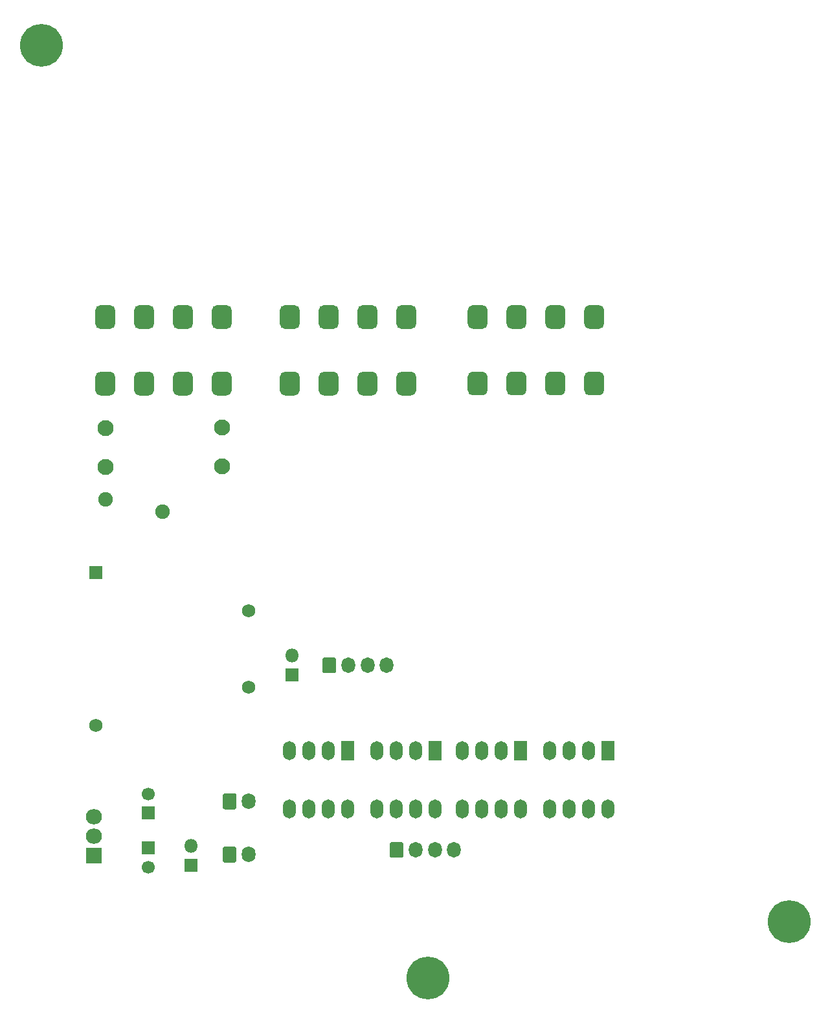
<source format=gbr>
G04 #@! TF.GenerationSoftware,KiCad,Pcbnew,(5.1.6)-1*
G04 #@! TF.CreationDate,2021-11-05T18:09:41+01:00*
G04 #@! TF.ProjectId,hamodule,68616d6f-6475-46c6-952e-6b696361645f,rev?*
G04 #@! TF.SameCoordinates,Original*
G04 #@! TF.FileFunction,Soldermask,Bot*
G04 #@! TF.FilePolarity,Negative*
%FSLAX46Y46*%
G04 Gerber Fmt 4.6, Leading zero omitted, Abs format (unit mm)*
G04 Created by KiCad (PCBNEW (5.1.6)-1) date 2021-11-05 18:09:41*
%MOMM*%
%LPD*%
G01*
G04 APERTURE LIST*
%ADD10C,1.700000*%
%ADD11R,1.700000X1.700000*%
%ADD12O,2.100000X2.005000*%
%ADD13R,2.100000X2.005000*%
%ADD14O,1.800000X2.050000*%
%ADD15C,1.750000*%
%ADD16R,1.750000X1.750000*%
%ADD17C,2.100000*%
%ADD18O,1.800000X1.800000*%
%ADD19R,1.800000X1.800000*%
%ADD20O,1.800000X2.100000*%
%ADD21C,1.900000*%
%ADD22C,5.600000*%
%ADD23R,1.700000X2.500000*%
%ADD24O,1.700000X2.500000*%
G04 APERTURE END LIST*
D10*
X136334500Y-147089500D03*
D11*
X136334500Y-144589500D03*
D10*
X136334500Y-137517500D03*
D11*
X136334500Y-140017500D03*
D12*
X129222500Y-140525500D03*
X129222500Y-143065500D03*
D13*
X129222500Y-145605500D03*
D14*
X176346500Y-144843500D03*
X173846500Y-144843500D03*
X171346500Y-144843500D03*
G36*
G01*
X167946500Y-145603794D02*
X167946500Y-144083206D01*
G75*
G02*
X168211206Y-143818500I264706J0D01*
G01*
X169481794Y-143818500D01*
G75*
G02*
X169746500Y-144083206I0J-264706D01*
G01*
X169746500Y-145603794D01*
G75*
G02*
X169481794Y-145868500I-264706J0D01*
G01*
X168211206Y-145868500D01*
G75*
G02*
X167946500Y-145603794I0J264706D01*
G01*
G37*
D15*
X149476500Y-113587500D03*
X149476500Y-123587500D03*
X129476500Y-128587500D03*
D16*
X129476500Y-108587500D03*
G36*
G01*
X169466500Y-82333500D02*
X170766500Y-82333500D01*
G75*
G02*
X171416500Y-82983500I0J-650000D01*
G01*
X171416500Y-84783500D01*
G75*
G02*
X170766500Y-85433500I-650000J0D01*
G01*
X169466500Y-85433500D01*
G75*
G02*
X168816500Y-84783500I0J650000D01*
G01*
X168816500Y-82983500D01*
G75*
G02*
X169466500Y-82333500I650000J0D01*
G01*
G37*
G36*
G01*
X169466500Y-73633500D02*
X170766500Y-73633500D01*
G75*
G02*
X171416500Y-74283500I0J-650000D01*
G01*
X171416500Y-76083500D01*
G75*
G02*
X170766500Y-76733500I-650000J0D01*
G01*
X169466500Y-76733500D01*
G75*
G02*
X168816500Y-76083500I0J650000D01*
G01*
X168816500Y-74283500D01*
G75*
G02*
X169466500Y-73633500I650000J0D01*
G01*
G37*
G36*
G01*
X164386500Y-82333500D02*
X165686500Y-82333500D01*
G75*
G02*
X166336500Y-82983500I0J-650000D01*
G01*
X166336500Y-84783500D01*
G75*
G02*
X165686500Y-85433500I-650000J0D01*
G01*
X164386500Y-85433500D01*
G75*
G02*
X163736500Y-84783500I0J650000D01*
G01*
X163736500Y-82983500D01*
G75*
G02*
X164386500Y-82333500I650000J0D01*
G01*
G37*
G36*
G01*
X164386500Y-73633500D02*
X165686500Y-73633500D01*
G75*
G02*
X166336500Y-74283500I0J-650000D01*
G01*
X166336500Y-76083500D01*
G75*
G02*
X165686500Y-76733500I-650000J0D01*
G01*
X164386500Y-76733500D01*
G75*
G02*
X163736500Y-76083500I0J650000D01*
G01*
X163736500Y-74283500D01*
G75*
G02*
X164386500Y-73633500I650000J0D01*
G01*
G37*
G36*
G01*
X159306500Y-82333500D02*
X160606500Y-82333500D01*
G75*
G02*
X161256500Y-82983500I0J-650000D01*
G01*
X161256500Y-84783500D01*
G75*
G02*
X160606500Y-85433500I-650000J0D01*
G01*
X159306500Y-85433500D01*
G75*
G02*
X158656500Y-84783500I0J650000D01*
G01*
X158656500Y-82983500D01*
G75*
G02*
X159306500Y-82333500I650000J0D01*
G01*
G37*
G36*
G01*
X159306500Y-73633500D02*
X160606500Y-73633500D01*
G75*
G02*
X161256500Y-74283500I0J-650000D01*
G01*
X161256500Y-76083500D01*
G75*
G02*
X160606500Y-76733500I-650000J0D01*
G01*
X159306500Y-76733500D01*
G75*
G02*
X158656500Y-76083500I0J650000D01*
G01*
X158656500Y-74283500D01*
G75*
G02*
X159306500Y-73633500I650000J0D01*
G01*
G37*
G36*
G01*
X154226500Y-82333500D02*
X155526500Y-82333500D01*
G75*
G02*
X156176500Y-82983500I0J-650000D01*
G01*
X156176500Y-84783500D01*
G75*
G02*
X155526500Y-85433500I-650000J0D01*
G01*
X154226500Y-85433500D01*
G75*
G02*
X153576500Y-84783500I0J650000D01*
G01*
X153576500Y-82983500D01*
G75*
G02*
X154226500Y-82333500I650000J0D01*
G01*
G37*
G36*
G01*
X154226500Y-73633500D02*
X155526500Y-73633500D01*
G75*
G02*
X156176500Y-74283500I0J-650000D01*
G01*
X156176500Y-76083500D01*
G75*
G02*
X155526500Y-76733500I-650000J0D01*
G01*
X154226500Y-76733500D01*
G75*
G02*
X153576500Y-76083500I0J650000D01*
G01*
X153576500Y-74283500D01*
G75*
G02*
X154226500Y-73633500I650000J0D01*
G01*
G37*
D17*
X130746500Y-94805500D03*
X130746500Y-89725500D03*
D18*
X141973300Y-144310100D03*
D19*
X141973300Y-146850100D03*
D20*
X149491700Y-145453100D03*
G36*
G01*
X146091700Y-146238394D02*
X146091700Y-144667806D01*
G75*
G02*
X146356406Y-144403100I264706J0D01*
G01*
X147626994Y-144403100D01*
G75*
G02*
X147891700Y-144667806I0J-264706D01*
G01*
X147891700Y-146238394D01*
G75*
G02*
X147626994Y-146503100I-264706J0D01*
G01*
X146356406Y-146503100D01*
G75*
G02*
X146091700Y-146238394I0J264706D01*
G01*
G37*
G36*
G01*
X194033500Y-82321500D02*
X195333500Y-82321500D01*
G75*
G02*
X195983500Y-82971500I0J-650000D01*
G01*
X195983500Y-84771500D01*
G75*
G02*
X195333500Y-85421500I-650000J0D01*
G01*
X194033500Y-85421500D01*
G75*
G02*
X193383500Y-84771500I0J650000D01*
G01*
X193383500Y-82971500D01*
G75*
G02*
X194033500Y-82321500I650000J0D01*
G01*
G37*
G36*
G01*
X194033500Y-73621500D02*
X195333500Y-73621500D01*
G75*
G02*
X195983500Y-74271500I0J-650000D01*
G01*
X195983500Y-76071500D01*
G75*
G02*
X195333500Y-76721500I-650000J0D01*
G01*
X194033500Y-76721500D01*
G75*
G02*
X193383500Y-76071500I0J650000D01*
G01*
X193383500Y-74271500D01*
G75*
G02*
X194033500Y-73621500I650000J0D01*
G01*
G37*
G36*
G01*
X188953500Y-82321500D02*
X190253500Y-82321500D01*
G75*
G02*
X190903500Y-82971500I0J-650000D01*
G01*
X190903500Y-84771500D01*
G75*
G02*
X190253500Y-85421500I-650000J0D01*
G01*
X188953500Y-85421500D01*
G75*
G02*
X188303500Y-84771500I0J650000D01*
G01*
X188303500Y-82971500D01*
G75*
G02*
X188953500Y-82321500I650000J0D01*
G01*
G37*
G36*
G01*
X188953500Y-73621500D02*
X190253500Y-73621500D01*
G75*
G02*
X190903500Y-74271500I0J-650000D01*
G01*
X190903500Y-76071500D01*
G75*
G02*
X190253500Y-76721500I-650000J0D01*
G01*
X188953500Y-76721500D01*
G75*
G02*
X188303500Y-76071500I0J650000D01*
G01*
X188303500Y-74271500D01*
G75*
G02*
X188953500Y-73621500I650000J0D01*
G01*
G37*
G36*
G01*
X183873500Y-82321500D02*
X185173500Y-82321500D01*
G75*
G02*
X185823500Y-82971500I0J-650000D01*
G01*
X185823500Y-84771500D01*
G75*
G02*
X185173500Y-85421500I-650000J0D01*
G01*
X183873500Y-85421500D01*
G75*
G02*
X183223500Y-84771500I0J650000D01*
G01*
X183223500Y-82971500D01*
G75*
G02*
X183873500Y-82321500I650000J0D01*
G01*
G37*
G36*
G01*
X183873500Y-73621500D02*
X185173500Y-73621500D01*
G75*
G02*
X185823500Y-74271500I0J-650000D01*
G01*
X185823500Y-76071500D01*
G75*
G02*
X185173500Y-76721500I-650000J0D01*
G01*
X183873500Y-76721500D01*
G75*
G02*
X183223500Y-76071500I0J650000D01*
G01*
X183223500Y-74271500D01*
G75*
G02*
X183873500Y-73621500I650000J0D01*
G01*
G37*
G36*
G01*
X178793500Y-82321500D02*
X180093500Y-82321500D01*
G75*
G02*
X180743500Y-82971500I0J-650000D01*
G01*
X180743500Y-84771500D01*
G75*
G02*
X180093500Y-85421500I-650000J0D01*
G01*
X178793500Y-85421500D01*
G75*
G02*
X178143500Y-84771500I0J650000D01*
G01*
X178143500Y-82971500D01*
G75*
G02*
X178793500Y-82321500I650000J0D01*
G01*
G37*
G36*
G01*
X178793500Y-73621500D02*
X180093500Y-73621500D01*
G75*
G02*
X180743500Y-74271500I0J-650000D01*
G01*
X180743500Y-76071500D01*
G75*
G02*
X180093500Y-76721500I-650000J0D01*
G01*
X178793500Y-76721500D01*
G75*
G02*
X178143500Y-76071500I0J650000D01*
G01*
X178143500Y-74271500D01*
G75*
G02*
X178793500Y-73621500I650000J0D01*
G01*
G37*
G36*
G01*
X145336500Y-82333500D02*
X146636500Y-82333500D01*
G75*
G02*
X147286500Y-82983500I0J-650000D01*
G01*
X147286500Y-84783500D01*
G75*
G02*
X146636500Y-85433500I-650000J0D01*
G01*
X145336500Y-85433500D01*
G75*
G02*
X144686500Y-84783500I0J650000D01*
G01*
X144686500Y-82983500D01*
G75*
G02*
X145336500Y-82333500I650000J0D01*
G01*
G37*
G36*
G01*
X145336500Y-73633500D02*
X146636500Y-73633500D01*
G75*
G02*
X147286500Y-74283500I0J-650000D01*
G01*
X147286500Y-76083500D01*
G75*
G02*
X146636500Y-76733500I-650000J0D01*
G01*
X145336500Y-76733500D01*
G75*
G02*
X144686500Y-76083500I0J650000D01*
G01*
X144686500Y-74283500D01*
G75*
G02*
X145336500Y-73633500I650000J0D01*
G01*
G37*
G36*
G01*
X140256500Y-82333500D02*
X141556500Y-82333500D01*
G75*
G02*
X142206500Y-82983500I0J-650000D01*
G01*
X142206500Y-84783500D01*
G75*
G02*
X141556500Y-85433500I-650000J0D01*
G01*
X140256500Y-85433500D01*
G75*
G02*
X139606500Y-84783500I0J650000D01*
G01*
X139606500Y-82983500D01*
G75*
G02*
X140256500Y-82333500I650000J0D01*
G01*
G37*
G36*
G01*
X140256500Y-73633500D02*
X141556500Y-73633500D01*
G75*
G02*
X142206500Y-74283500I0J-650000D01*
G01*
X142206500Y-76083500D01*
G75*
G02*
X141556500Y-76733500I-650000J0D01*
G01*
X140256500Y-76733500D01*
G75*
G02*
X139606500Y-76083500I0J650000D01*
G01*
X139606500Y-74283500D01*
G75*
G02*
X140256500Y-73633500I650000J0D01*
G01*
G37*
G36*
G01*
X135176500Y-82333500D02*
X136476500Y-82333500D01*
G75*
G02*
X137126500Y-82983500I0J-650000D01*
G01*
X137126500Y-84783500D01*
G75*
G02*
X136476500Y-85433500I-650000J0D01*
G01*
X135176500Y-85433500D01*
G75*
G02*
X134526500Y-84783500I0J650000D01*
G01*
X134526500Y-82983500D01*
G75*
G02*
X135176500Y-82333500I650000J0D01*
G01*
G37*
G36*
G01*
X135176500Y-73633500D02*
X136476500Y-73633500D01*
G75*
G02*
X137126500Y-74283500I0J-650000D01*
G01*
X137126500Y-76083500D01*
G75*
G02*
X136476500Y-76733500I-650000J0D01*
G01*
X135176500Y-76733500D01*
G75*
G02*
X134526500Y-76083500I0J650000D01*
G01*
X134526500Y-74283500D01*
G75*
G02*
X135176500Y-73633500I650000J0D01*
G01*
G37*
G36*
G01*
X130096500Y-82333500D02*
X131396500Y-82333500D01*
G75*
G02*
X132046500Y-82983500I0J-650000D01*
G01*
X132046500Y-84783500D01*
G75*
G02*
X131396500Y-85433500I-650000J0D01*
G01*
X130096500Y-85433500D01*
G75*
G02*
X129446500Y-84783500I0J650000D01*
G01*
X129446500Y-82983500D01*
G75*
G02*
X130096500Y-82333500I650000J0D01*
G01*
G37*
G36*
G01*
X130096500Y-73633500D02*
X131396500Y-73633500D01*
G75*
G02*
X132046500Y-74283500I0J-650000D01*
G01*
X132046500Y-76083500D01*
G75*
G02*
X131396500Y-76733500I-650000J0D01*
G01*
X130096500Y-76733500D01*
G75*
G02*
X129446500Y-76083500I0J650000D01*
G01*
X129446500Y-74283500D01*
G75*
G02*
X130096500Y-73633500I650000J0D01*
G01*
G37*
D18*
X155130500Y-119443500D03*
D19*
X155130500Y-121983500D03*
D21*
X138246500Y-100647500D03*
X130746500Y-99014170D03*
D22*
X122364500Y-39687500D03*
D14*
X167536500Y-120713500D03*
X165036500Y-120713500D03*
X162536500Y-120713500D03*
G36*
G01*
X159136500Y-121473794D02*
X159136500Y-119953206D01*
G75*
G02*
X159401206Y-119688500I264706J0D01*
G01*
X160671794Y-119688500D01*
G75*
G02*
X160936500Y-119953206I0J-264706D01*
G01*
X160936500Y-121473794D01*
G75*
G02*
X160671794Y-121738500I-264706J0D01*
G01*
X159401206Y-121738500D01*
G75*
G02*
X159136500Y-121473794I0J264706D01*
G01*
G37*
D23*
X173912500Y-131873500D03*
D24*
X166292500Y-139493500D03*
X171372500Y-131873500D03*
X168832500Y-139493500D03*
X168832500Y-131873500D03*
X171372500Y-139493500D03*
X166292500Y-131873500D03*
X173912500Y-139493500D03*
D23*
X196518500Y-131873500D03*
D24*
X188898500Y-139493500D03*
X193978500Y-131873500D03*
X191438500Y-139493500D03*
X191438500Y-131873500D03*
X193978500Y-139493500D03*
X188898500Y-131873500D03*
X196518500Y-139493500D03*
D23*
X185088500Y-131873500D03*
D24*
X177468500Y-139493500D03*
X182548500Y-131873500D03*
X180008500Y-139493500D03*
X180008500Y-131873500D03*
X182548500Y-139493500D03*
X177468500Y-131873500D03*
X185088500Y-139493500D03*
D23*
X162482500Y-131873500D03*
D24*
X154862500Y-139493500D03*
X159942500Y-131873500D03*
X157402500Y-139493500D03*
X157402500Y-131873500D03*
X159942500Y-139493500D03*
X154862500Y-131873500D03*
X162482500Y-139493500D03*
D20*
X149502500Y-138493500D03*
G36*
G01*
X146102500Y-139278794D02*
X146102500Y-137708206D01*
G75*
G02*
X146367206Y-137443500I264706J0D01*
G01*
X147637794Y-137443500D01*
G75*
G02*
X147902500Y-137708206I0J-264706D01*
G01*
X147902500Y-139278794D01*
G75*
G02*
X147637794Y-139543500I-264706J0D01*
G01*
X146367206Y-139543500D01*
G75*
G02*
X146102500Y-139278794I0J264706D01*
G01*
G37*
D22*
X172910500Y-161607500D03*
X220154500Y-154241500D03*
D17*
X145986500Y-94678500D03*
X145986500Y-89598500D03*
M02*

</source>
